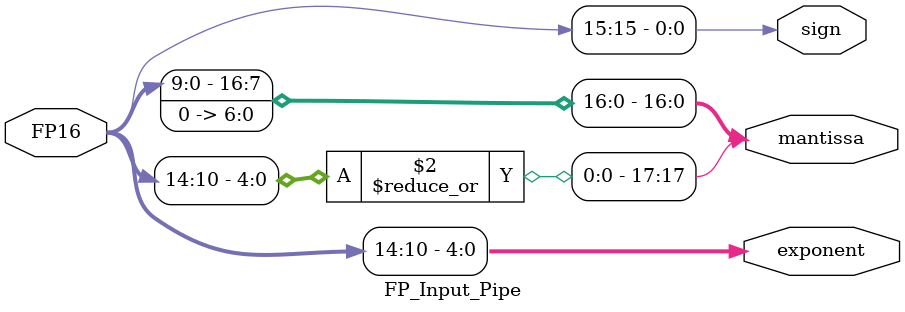
<source format=sv>
module FP_Input_Pipe (output logic [17:0] mantissa,
					output logic [4:0] exponent,
					output logic sign,
					input logic [15:0] FP16);
	
	always_comb
	begin
		mantissa = {(|FP16[14:10]), FP16[9:0], 7'd0};
		exponent = FP16[14:10];
		sign = FP16[15];
	end
endmodule
</source>
